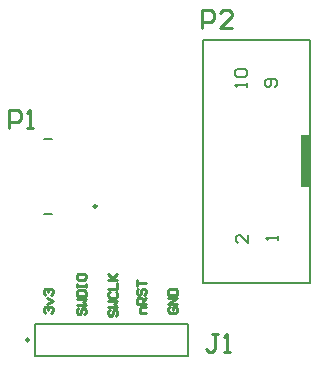
<source format=gto>
G04*
G04 #@! TF.GenerationSoftware,Altium Limited,Altium Designer,23.5.1 (21)*
G04*
G04 Layer_Color=65535*
%FSLAX44Y44*%
%MOMM*%
G71*
G04*
G04 #@! TF.SameCoordinates,9F5EF0EC-7799-46C5-AC4F-AA06264B0910*
G04*
G04*
G04 #@! TF.FilePolarity,Positive*
G04*
G01*
G75*
%ADD10C,0.2500*%
%ADD11C,0.2000*%
%ADD12C,0.2540*%
%ADD13C,0.1524*%
%ADD14R,0.8000X4.5000*%
D10*
X1274160Y455930D02*
G03*
X1274160Y455930I-1250J0D01*
G01*
X1331370Y568960D02*
G03*
X1331370Y568960I-1250J0D01*
G01*
D11*
X1278910Y442230D02*
Y469630D01*
Y442230D02*
X1408410D01*
Y469630D01*
X1278910D02*
X1408410D01*
X1421850Y504260D02*
X1511850D01*
Y709860D01*
X1421850Y504260D02*
Y709860D01*
X1511850D01*
X1286913Y562610D02*
X1293727D01*
X1286913Y626110D02*
X1293727D01*
D12*
X1393192Y483868D02*
X1391922Y482599D01*
Y480060D01*
X1393192Y478790D01*
X1398270D01*
X1399540Y480060D01*
Y482599D01*
X1398270Y483868D01*
X1395731D01*
Y481329D01*
X1399540Y486408D02*
X1391922D01*
X1399540Y491486D01*
X1391922D01*
Y494025D02*
X1399540D01*
Y497834D01*
X1398270Y499103D01*
X1393192D01*
X1391922Y497834D01*
Y494025D01*
X1372870Y478790D02*
X1367792D01*
Y482599D01*
X1369061Y483868D01*
X1372870D01*
Y486408D02*
X1365253D01*
Y490216D01*
X1366522Y491486D01*
X1369061D01*
X1370331Y490216D01*
Y486408D01*
Y488947D02*
X1372870Y491486D01*
X1366522Y499103D02*
X1365253Y497834D01*
Y495295D01*
X1366522Y494025D01*
X1367792D01*
X1369061Y495295D01*
Y497834D01*
X1370331Y499103D01*
X1371600D01*
X1372870Y497834D01*
Y495295D01*
X1371600Y494025D01*
X1365253Y501643D02*
Y506721D01*
Y504182D01*
X1372870D01*
X1342392Y481328D02*
X1341122Y480059D01*
Y477520D01*
X1342392Y476250D01*
X1343662D01*
X1344931Y477520D01*
Y480059D01*
X1346201Y481328D01*
X1347470D01*
X1348740Y480059D01*
Y477520D01*
X1347470Y476250D01*
X1341122Y483867D02*
X1348740D01*
X1346201Y486407D01*
X1348740Y488946D01*
X1341122D01*
X1342392Y496563D02*
X1341122Y495294D01*
Y492755D01*
X1342392Y491485D01*
X1347470D01*
X1348740Y492755D01*
Y495294D01*
X1347470Y496563D01*
X1341122Y499103D02*
X1348740D01*
Y504181D01*
X1341122Y506720D02*
X1348740D01*
X1346201D01*
X1341122Y511799D01*
X1344931Y507990D01*
X1348740Y511799D01*
X1315722Y482598D02*
X1314453Y481329D01*
Y478790D01*
X1315722Y477520D01*
X1316992D01*
X1318261Y478790D01*
Y481329D01*
X1319531Y482598D01*
X1320800D01*
X1322070Y481329D01*
Y478790D01*
X1320800Y477520D01*
X1314453Y485137D02*
X1322070D01*
X1319531Y487677D01*
X1322070Y490216D01*
X1314453D01*
Y492755D02*
X1322070D01*
Y496564D01*
X1320800Y497833D01*
X1315722D01*
X1314453Y496564D01*
Y492755D01*
Y500373D02*
Y502912D01*
Y501642D01*
X1322070D01*
Y500373D01*
Y502912D01*
X1314453Y510529D02*
Y507990D01*
X1315722Y506721D01*
X1320800D01*
X1322070Y507990D01*
Y510529D01*
X1320800Y511799D01*
X1315722D01*
X1314453Y510529D01*
X1287782Y478790D02*
X1286512Y480060D01*
Y482599D01*
X1287782Y483868D01*
X1289052D01*
X1290321Y482599D01*
Y481329D01*
Y482599D01*
X1291591Y483868D01*
X1292860D01*
X1294130Y482599D01*
Y480060D01*
X1292860Y478790D01*
X1289052Y486408D02*
X1294130Y488947D01*
X1289052Y491486D01*
X1287782Y494025D02*
X1286512Y495295D01*
Y497834D01*
X1287782Y499103D01*
X1289052D01*
X1290321Y497834D01*
Y496564D01*
Y497834D01*
X1291591Y499103D01*
X1292860D01*
X1294130Y497834D01*
Y495295D01*
X1292860Y494025D01*
X1433830Y461007D02*
X1428752D01*
X1431291D01*
Y448312D01*
X1428752Y445773D01*
X1426212D01*
X1423673Y448312D01*
X1438908Y445773D02*
X1443987D01*
X1441448D01*
Y461007D01*
X1438908Y458468D01*
X1420622Y719836D02*
Y735071D01*
X1428239D01*
X1430779Y732532D01*
Y727454D01*
X1428239Y724914D01*
X1420622D01*
X1446014Y719836D02*
X1435857D01*
X1446014Y729993D01*
Y732532D01*
X1443475Y735071D01*
X1438396D01*
X1435857Y732532D01*
X1257300Y635000D02*
Y650235D01*
X1264918D01*
X1267457Y647696D01*
Y642617D01*
X1264918Y640078D01*
X1257300D01*
X1272535Y635000D02*
X1277613D01*
X1275074D01*
Y650235D01*
X1272535Y647696D01*
D13*
X1482557Y670460D02*
X1484250Y672153D01*
Y675538D01*
X1482557Y677231D01*
X1475786D01*
X1474093Y675538D01*
Y672153D01*
X1475786Y670460D01*
X1477479D01*
X1479172Y672153D01*
Y677231D01*
X1458850Y670460D02*
Y673846D01*
Y672153D01*
X1448693D01*
X1450386Y670460D01*
Y678924D02*
X1448693Y680617D01*
Y684002D01*
X1450386Y685695D01*
X1457157D01*
X1458850Y684002D01*
Y680617D01*
X1457157Y678924D01*
X1450386D01*
X1459450Y544431D02*
Y537660D01*
X1452679Y544431D01*
X1450986D01*
X1449293Y542738D01*
Y539353D01*
X1450986Y537660D01*
X1484850Y540660D02*
Y544046D01*
Y542353D01*
X1474693D01*
X1476386Y540660D01*
D14*
X1507850Y607060D02*
D03*
M02*

</source>
